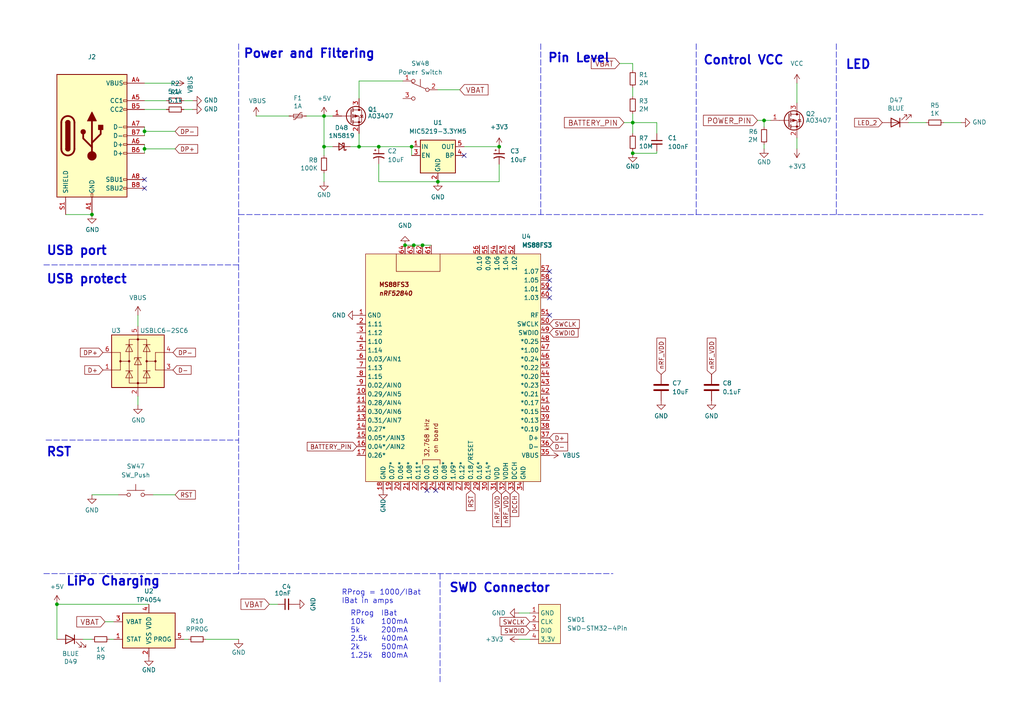
<source format=kicad_sch>
(kicad_sch (version 20211123) (generator eeschema)
  (paper "A4")
  (lib_symbols
    (symbol "Battery_Management:MCP73831-3-OT" (pin_names (offset 1.016))
      (property "Reference" "U" (at -7.62 6.35 0))
      (property "Value" "MCP73831-3-OT" (at 1.27 6.35 0))
      (symbol "MCP73831-3-OT_0_1"
        (rectangle (start -7.62 5.08) (end 7.62 -5.08) (stroke (width 0.254)) (fill (type background)))
      )
      (symbol "MCP73831-3-OT_1_1"
        (pin output line (at 10.16 -2.54 180) (length 2.54) (name "STAT") (number "1"))
        (pin power_in line (at 0 -7.62 90) (length 2.54) (name "VSS") (number "2"))
        (pin power_out line (at 10.16 2.54 180) (length 2.54) (name "VBAT") (number "3"))
        (pin power_in line (at 0 7.62 270) (length 2.54) (name "VDD") (number "4"))
        (pin input line (at -10.16 -2.54 0) (length 2.54) (name "PROG") (number "5"))
      )
    )
    (symbol "Connector:USB_C_Receptacle_USB2.0" (pin_names (offset 1.016))
      (property "Reference" "J" (at -10.16 19.05 0))
      (property "Value" "USB_C_Receptacle_USB2.0" (at 19.05 19.05 0))
      (symbol "USB_C_Receptacle_USB2.0_0_0"
        (rectangle (start -0.254 -17.78) (end 0.254 -16.764))
        (rectangle (start 10.16 -14.986) (end 9.144 -15.494))
        (rectangle (start 10.16 -12.446) (end 9.144 -12.954))
        (rectangle (start 10.16 -4.826) (end 9.144 -5.334))
        (rectangle (start 10.16 -2.286) (end 9.144 -2.794))
        (rectangle (start 10.16 0.254) (end 9.144 -0.254))
        (rectangle (start 10.16 2.794) (end 9.144 2.286))
        (rectangle (start 10.16 7.874) (end 9.144 7.366))
        (rectangle (start 10.16 10.414) (end 9.144 9.906))
        (rectangle (start 10.16 15.494) (end 9.144 14.986))
      )
      (symbol "USB_C_Receptacle_USB2.0_0_1"
        (rectangle (start -10.16 17.78) (end 10.16 -17.78) (stroke (width 0.254)) (fill (type background)))
        (arc (start -8.89 -3.81) (mid -6.985 -5.715) (end -5.08 -3.81) (stroke (width 0.508)))
        (arc (start -7.62 -3.81) (mid -6.985 -4.445) (end -6.35 -3.81) (stroke (width 0.254)))
        (arc (start -7.62 -3.81) (mid -6.985 -4.445) (end -6.35 -3.81) (stroke (width 0.254)) (fill (type outline)))
        (rectangle (start -7.62 -3.81) (end -6.35 3.81) (stroke (width 0.254)) (fill (type outline)))
        (arc (start -6.35 3.81) (mid -6.985 4.445) (end -7.62 3.81) (stroke (width 0.254)))
        (arc (start -6.35 3.81) (mid -6.985 4.445) (end -7.62 3.81) (stroke (width 0.254)) (fill (type outline)))
        (arc (start -5.08 3.81) (mid -6.985 5.715) (end -8.89 3.81) (stroke (width 0.508)))
        (circle (center -2.54 1.143) (radius 0.635) (stroke (width 0.254)) (fill (type outline)))
        (circle (center 0 -5.842) (radius 1.27) (fill (type outline)))
        (polyline (pts (xy -8.89 -3.81) (xy -8.89 3.81)) (stroke (width 0.508)))
        (polyline (pts (xy -5.08 3.81) (xy -5.08 -3.81)) (stroke (width 0.508)))
        (polyline (pts (xy 0 -5.842) (xy 0 4.318)) (stroke (width 0.508)))
        (polyline (pts (xy 0 -3.302) (xy -2.54 -0.762) (xy -2.54 0.508)) (stroke (width 0.508)))
        (polyline (pts (xy 0 -2.032) (xy 2.54 0.508) (xy 2.54 1.778)) (stroke (width 0.508)))
        (polyline (pts (xy -1.27 4.318) (xy 0 6.858) (xy 1.27 4.318) (xy -1.27 4.318)) (stroke (width 0.254)) (fill (type outline)))
        (rectangle (start 1.905 1.778) (end 3.175 3.048) (stroke (width 0.254)) (fill (type outline)))
      )
      (symbol "USB_C_Receptacle_USB2.0_1_1"
        (pin passive line (at 0 -22.86 90) (length 5.08) (name "GND") (number "A1"))
        (pin passive line (at 0 -22.86 90) (length 5.08) hide (name "GND") (number "A12"))
        (pin passive line (at 15.24 15.24 180) (length 5.08) (name "VBUS") (number "A4"))
        (pin bidirectional line (at 15.24 10.16 180) (length 5.08) (name "CC1") (number "A5"))
        (pin bidirectional line (at 15.24 -2.54 180) (length 5.08) (name "D+") (number "A6"))
        (pin bidirectional line (at 15.24 2.54 180) (length 5.08) (name "D-") (number "A7"))
        (pin bidirectional line (at 15.24 -12.7 180) (length 5.08) (name "SBU1") (number "A8"))
        (pin passive line (at 15.24 15.24 180) (length 5.08) hide (name "VBUS") (number "A9"))
        (pin passive line (at 0 -22.86 90) (length 5.08) hide (name "GND") (number "B1"))
        (pin passive line (at 0 -22.86 90) (length 5.08) hide (name "GND") (number "B12"))
        (pin passive line (at 15.24 15.24 180) (length 5.08) hide (name "VBUS") (number "B4"))
        (pin bidirectional line (at 15.24 7.62 180) (length 5.08) (name "CC2") (number "B5"))
        (pin bidirectional line (at 15.24 -5.08 180) (length 5.08) (name "D+") (number "B6"))
        (pin bidirectional line (at 15.24 0 180) (length 5.08) (name "D-") (number "B7"))
        (pin bidirectional line (at 15.24 -15.24 180) (length 5.08) (name "SBU2") (number "B8"))
        (pin passive line (at 15.24 15.24 180) (length 5.08) hide (name "VBUS") (number "B9"))
        (pin passive line (at -7.62 -22.86 90) (length 5.08) (name "SHIELD") (number "S1"))
      )
    )
    (symbol "Device:C" (pin_numbers hide) (pin_names (offset 0.254))
      (property "Reference" "C" (at 0.635 2.54 0))
      (property "Value" "C" (at 0.635 -2.54 0))
      (symbol "C_0_1"
        (polyline (pts (xy -2.032 -0.762) (xy 2.032 -0.762)) (stroke (width 0.508)))
        (polyline (pts (xy -2.032 0.762) (xy 2.032 0.762)) (stroke (width 0.508)))
      )
      (symbol "C_1_1"
        (pin passive line (at 0 3.81 270) (length 2.794) (name "~") (number "1"))
        (pin passive line (at 0 -3.81 90) (length 2.794) (name "~") (number "2"))
      )
    )
    (symbol "Device:C_Polarized_Small_US" (pin_numbers hide) (pin_names (offset 0.254) hide)
      (property "Reference" "C" (at 0.254 1.778 0))
      (property "Value" "C_Polarized_Small_US" (at 0.254 -2.032 0))
      (symbol "C_Polarized_Small_US_0_1"
        (polyline (pts (xy -1.524 0.508) (xy 1.524 0.508)) (stroke (width 0.3048)))
        (polyline (pts (xy -1.27 1.524) (xy -0.762 1.524)))
        (polyline (pts (xy -1.016 1.27) (xy -1.016 1.778)))
        (arc (start 1.524 -0.762) (mid 0 -0.3734) (end -1.524 -0.762) (stroke (width 0.3048)))
      )
      (symbol "C_Polarized_Small_US_1_1"
        (pin passive line (at 0 2.54 270) (length 2.032) (name "~") (number "1"))
        (pin passive line (at 0 -2.54 90) (length 2.032) (name "~") (number "2"))
      )
    )
    (symbol "Device:C_Small" (pin_numbers hide) (pin_names (offset 0.254) hide)
      (property "Reference" "C" (at 0.254 1.778 0))
      (property "Value" "C_Small" (at 0.254 -2.032 0))
      (symbol "C_Small_0_1"
        (polyline (pts (xy -1.524 -0.508) (xy 1.524 -0.508)) (stroke (width 0.3302)))
        (polyline (pts (xy -1.524 0.508) (xy 1.524 0.508)) (stroke (width 0.3048)))
      )
      (symbol "C_Small_1_1"
        (pin passive line (at 0 2.54 270) (length 2.032) (name "~") (number "1"))
        (pin passive line (at 0 -2.54 90) (length 2.032) (name "~") (number "2"))
      )
    )
    (symbol "Device:D_Schottky_Small" (pin_numbers hide) (pin_names (offset 0.254) hide)
      (property "Reference" "D" (at -1.27 2.032 0))
      (property "Value" "D_Schottky_Small" (at -7.112 -2.032 0))
      (symbol "D_Schottky_Small_0_1"
        (polyline (pts (xy -0.762 0) (xy 0.762 0)))
        (polyline (pts (xy 0.762 -1.016) (xy -0.762 0) (xy 0.762 1.016) (xy 0.762 -1.016)) (stroke (width 0.254)))
        (polyline (pts (xy -1.27 0.762) (xy -1.27 1.016) (xy -0.762 1.016) (xy -0.762 -1.016) (xy -0.254 -1.016) (xy -0.254 -0.762)) (stroke (width 0.254)))
      )
      (symbol "D_Schottky_Small_1_1"
        (pin passive line (at -2.54 0 0) (length 1.778) (name "K") (number "1"))
        (pin passive line (at 2.54 0 180) (length 1.778) (name "A") (number "2"))
      )
    )
    (symbol "Device:LED" (pin_numbers hide) (pin_names (offset 1.016) hide)
      (property "Reference" "D" (at 0 2.54 0))
      (property "Value" "LED" (at 0 -2.54 0))
      (symbol "LED_0_1"
        (polyline (pts (xy -1.27 -1.27) (xy -1.27 1.27)) (stroke (width 0.254)))
        (polyline (pts (xy -1.27 0) (xy 1.27 0)))
        (polyline (pts (xy 1.27 -1.27) (xy 1.27 1.27) (xy -1.27 0) (xy 1.27 -1.27)) (stroke (width 0.254)))
        (polyline (pts (xy -3.048 -0.762) (xy -4.572 -2.286) (xy -3.81 -2.286) (xy -4.572 -2.286) (xy -4.572 -1.524)))
        (polyline (pts (xy -1.778 -0.762) (xy -3.302 -2.286) (xy -2.54 -2.286) (xy -3.302 -2.286) (xy -3.302 -1.524)))
      )
      (symbol "LED_1_1"
        (pin passive line (at -3.81 0 0) (length 2.54) (name "K") (number "1"))
        (pin passive line (at 3.81 0 180) (length 2.54) (name "A") (number "2"))
      )
    )
    (symbol "Device:Q_PMOS_GSD" (pin_names (offset 0) hide)
      (property "Reference" "Q" (at 5.08 1.27 0))
      (property "Value" "Q_PMOS_GSD" (at 5.08 -1.27 0))
      (symbol "Q_PMOS_GSD_0_1"
        (polyline (pts (xy 0.254 0) (xy -2.54 0)))
        (polyline (pts (xy 0.254 1.905) (xy 0.254 -1.905)) (stroke (width 0.254)))
        (polyline (pts (xy 0.762 -1.27) (xy 0.762 -2.286)) (stroke (width 0.254)))
        (polyline (pts (xy 0.762 0.508) (xy 0.762 -0.508)) (stroke (width 0.254)))
        (polyline (pts (xy 0.762 2.286) (xy 0.762 1.27)) (stroke (width 0.254)))
        (polyline (pts (xy 2.54 2.54) (xy 2.54 1.778)))
        (polyline (pts (xy 2.54 -2.54) (xy 2.54 0) (xy 0.762 0)))
        (polyline (pts (xy 0.762 1.778) (xy 3.302 1.778) (xy 3.302 -1.778) (xy 0.762 -1.778)))
        (polyline (pts (xy 2.286 0) (xy 1.27 0.381) (xy 1.27 -0.381) (xy 2.286 0)) (fill (type outline)))
        (polyline (pts (xy 2.794 -0.508) (xy 2.921 -0.381) (xy 3.683 -0.381) (xy 3.81 -0.254)))
        (polyline (pts (xy 3.302 -0.381) (xy 2.921 0.254) (xy 3.683 0.254) (xy 3.302 -0.381)))
        (circle (center 1.651 0) (radius 2.794) (stroke (width 0.254)))
        (circle (center 2.54 -1.778) (radius 0.254) (fill (type outline)))
        (circle (center 2.54 1.778) (radius 0.254) (fill (type outline)))
      )
      (symbol "Q_PMOS_GSD_1_1"
        (pin input line (at -5.08 0 0) (length 2.54) (name "G") (number "1"))
        (pin passive line (at 2.54 -5.08 90) (length 2.54) (name "S") (number "2"))
        (pin passive line (at 2.54 5.08 270) (length 2.54) (name "D") (number "3"))
      )
    )
    (symbol "Device:R_Small" (pin_numbers hide) (pin_names (offset 0.254) hide)
      (property "Reference" "R" (at 0.762 0.508 0))
      (property "Value" "R_Small" (at 0.762 -1.016 0))
      (symbol "R_Small_0_1"
        (rectangle (start -0.762 1.778) (end 0.762 -1.778) (stroke (width 0.2032)))
      )
      (symbol "R_Small_1_1"
        (pin passive line (at 0 2.54 270) (length 0.762) (name "~") (number "1"))
        (pin passive line (at 0 -2.54 90) (length 0.762) (name "~") (number "2"))
      )
    )
    (symbol "Power_Protection:USBLC6-2SC6" (pin_names hide)
      (property "Reference" "U" (at 2.54 8.89 0))
      (property "Value" "USBLC6-2SC6" (at 2.54 -8.89 0))
      (symbol "USBLC6-2SC6_0_1"
        (rectangle (start -7.62 -7.62) (end 7.62 7.62) (stroke (width 0.254)) (fill (type background)))
        (circle (center -5.08 0) (radius 0.254) (fill (type outline)))
        (circle (center -2.54 0) (radius 0.254) (fill (type outline)))
        (rectangle (start -2.54 6.35) (end 2.54 -6.35))
        (circle (center 0 -6.35) (radius 0.254) (fill (type outline)))
        (polyline (pts (xy -5.08 -2.54) (xy -7.62 -2.54)))
        (polyline (pts (xy -5.08 0) (xy -5.08 -2.54)))
        (polyline (pts (xy -5.08 2.54) (xy -7.62 2.54)))
        (polyline (pts (xy -1.524 -2.794) (xy -3.556 -2.794)))
        (polyline (pts (xy -1.524 4.826) (xy -3.556 4.826)))
        (polyline (pts (xy 0 -7.62) (xy 0 -6.35)))
        (polyline (pts (xy 0 -6.35) (xy 0 1.27)))
        (polyline (pts (xy 0 1.27) (xy 0 6.35)))
        (polyline (pts (xy 0 6.35) (xy 0 7.62)))
        (polyline (pts (xy 1.524 -2.794) (xy 3.556 -2.794)))
        (polyline (pts (xy 1.524 4.826) (xy 3.556 4.826)))
        (polyline (pts (xy 5.08 -2.54) (xy 7.62 -2.54)))
        (polyline (pts (xy 5.08 0) (xy 5.08 -2.54)))
        (polyline (pts (xy 5.08 2.54) (xy 7.62 2.54)))
        (polyline (pts (xy -2.54 0) (xy -5.08 0) (xy -5.08 2.54)))
        (polyline (pts (xy 2.54 0) (xy 5.08 0) (xy 5.08 2.54)))
        (polyline (pts (xy -3.556 -4.826) (xy -1.524 -4.826) (xy -2.54 -2.794) (xy -3.556 -4.826)))
        (polyline (pts (xy -3.556 2.794) (xy -1.524 2.794) (xy -2.54 4.826) (xy -3.556 2.794)))
        (polyline (pts (xy -1.016 -1.016) (xy 1.016 -1.016) (xy 0 1.016) (xy -1.016 -1.016)))
        (polyline (pts (xy 1.016 1.016) (xy 0.762 1.016) (xy -1.016 1.016) (xy -1.016 0.508)))
        (polyline (pts (xy 3.556 -4.826) (xy 1.524 -4.826) (xy 2.54 -2.794) (xy 3.556 -4.826)))
        (polyline (pts (xy 3.556 2.794) (xy 1.524 2.794) (xy 2.54 4.826) (xy 3.556 2.794)))
        (circle (center 0 6.35) (radius 0.254) (fill (type outline)))
        (circle (center 2.54 0) (radius 0.254) (fill (type outline)))
        (circle (center 5.08 0) (radius 0.254) (fill (type outline)))
      )
      (symbol "USBLC6-2SC6_1_1"
        (pin passive line (at -10.16 -2.54 0) (length 2.54) (name "I/O1") (number "1"))
        (pin passive line (at 0 -10.16 90) (length 2.54) (name "GND") (number "2"))
        (pin passive line (at 10.16 -2.54 180) (length 2.54) (name "I/O2") (number "3"))
        (pin passive line (at 10.16 2.54 180) (length 2.54) (name "I/O2") (number "4"))
        (pin passive line (at 0 10.16 270) (length 2.54) (name "VBUS") (number "5"))
        (pin passive line (at -10.16 2.54 0) (length 2.54) (name "I/O1") (number "6"))
      )
    )
    (symbol "Regulator_Linear:MIC5219-3.3YM5" (pin_names (offset 0.254))
      (property "Reference" "U" (at -3.81 5.715 0))
      (property "Value" "MIC5219-3.3YM5" (at 0 5.715 0))
      (symbol "MIC5219-3.3YM5_0_1"
        (rectangle (start -5.08 4.445) (end 5.08 -5.08) (stroke (width 0.254)) (fill (type background)))
      )
      (symbol "MIC5219-3.3YM5_1_1"
        (pin power_in line (at -7.62 2.54 0) (length 2.54) (name "IN") (number "1"))
        (pin power_in line (at 0 -7.62 90) (length 2.54) (name "GND") (number "2"))
        (pin input line (at -7.62 0 0) (length 2.54) (name "EN") (number "3"))
        (pin input line (at 7.62 0 180) (length 2.54) (name "BP") (number "4"))
        (pin power_out line (at 7.62 2.54 180) (length 2.54) (name "OUT") (number "5"))
      )
    )
    (symbol "Switch:SW_Push" (pin_numbers hide) (pin_names (offset 1.016) hide)
      (property "Reference" "SW" (at 1.27 2.54 0))
      (property "Value" "SW_Push" (at 0 -1.524 0))
      (symbol "SW_Push_0_1"
        (circle (center -2.032 0) (radius 0.508))
        (polyline (pts (xy 0 1.27) (xy 0 3.048)))
        (polyline (pts (xy 2.54 1.27) (xy -2.54 1.27)))
        (circle (center 2.032 0) (radius 0.508))
        (pin passive line (at -5.08 0 0) (length 2.54) (name "1") (number "1"))
        (pin passive line (at 5.08 0 180) (length 2.54) (name "2") (number "2"))
      )
    )
    (symbol "Switch:SW_Push_SPDT" (pin_names (offset 0) hide)
      (property "Reference" "SW" (at 0 4.318 0))
      (property "Value" "SW_Push_SPDT" (at 0 -5.08 0))
      (symbol "SW_Push_SPDT_0_0"
        (circle (center -2.032 0) (radius 0.508))
        (polyline (pts (xy 0 1.016) (xy 0 3.048)))
        (circle (center 2.032 -2.54) (radius 0.508))
      )
      (symbol "SW_Push_SPDT_0_1"
        (polyline (pts (xy -1.524 0.254) (xy 2.54 2.032)))
        (circle (center 2.032 2.54) (radius 0.508))
      )
      (symbol "SW_Push_SPDT_1_1"
        (pin passive line (at 5.08 2.54 180) (length 2.54) (name "A") (number "1"))
        (pin passive line (at -5.08 0 0) (length 2.54) (name "B") (number "2"))
        (pin passive line (at 5.08 -2.54 180) (length 2.54) (name "C") (number "3"))
      )
    )
    (symbol "keeb_parts:Polyfuse_Small" (pin_numbers hide) (pin_names (offset 0))
      (property "Reference" "F" (at -1.905 0 90))
      (property "Value" "keeb_parts_Polyfuse_Small" (at 1.905 0 90))
      (symbol "Polyfuse_Small_0_1"
        (rectangle (start -0.508 1.27) (end 0.508 -1.27))
        (polyline (pts (xy 0 2.54) (xy 0 -2.54)))
        (polyline (pts (xy -1.016 1.27) (xy -1.016 0.762) (xy 1.016 -0.762) (xy 1.016 -1.27)))
      )
      (symbol "Polyfuse_Small_1_1"
        (pin passive line (at 0 2.54 270) (length 0.635) (name "~") (number "1"))
        (pin passive line (at 0 -2.54 90) (length 0.635) (name "~") (number "2"))
      )
    )
    (symbol "keeb_parts:R_Small" (pin_numbers hide) (pin_names (offset 0.254) hide)
      (property "Reference" "R" (at 0.762 0.508 0))
      (property "Value" "keeb_parts_R_Small" (at 0.762 -1.016 0))
      (symbol "R_Small_0_1"
        (rectangle (start -0.762 1.778) (end 0.762 -1.778) (stroke (width 0.2032)))
      )
      (symbol "R_Small_1_1"
        (pin passive line (at 0 2.54 270) (length 0.762) (name "~") (number "1"))
        (pin passive line (at 0 -2.54 90) (length 0.762) (name "~") (number "2"))
      )
    )
    (symbol "keeb_power:GND" (power) (pin_names (offset 0))
      (property "Value" "keeb_power_GND" (at 0 -3.81 0))
      (symbol "GND_0_1"
        (polyline (pts (xy 0 0) (xy 0 -1.27) (xy 1.27 -1.27) (xy 0 -2.54) (xy -1.27 -1.27) (xy 0 -1.27)))
      )
      (symbol "GND_1_1"
        (pin power_in line (at 0 0 270) (length 0) hide (name "GND") (number "1"))
      )
    )
    (symbol "keeb_power:VBUS" (power) (pin_names (offset 0))
      (property "Value" "keeb_power_VBUS" (at 0 3.81 0))
      (symbol "VBUS_0_1"
        (polyline (pts (xy -0.762 1.27) (xy 0 2.54)))
        (polyline (pts (xy 0 0) (xy 0 2.54)))
        (polyline (pts (xy 0 2.54) (xy 0.762 1.27)))
      )
      (symbol "VBUS_1_1"
        (pin power_in line (at 0 0 90) (length 0) hide (name "VBUS") (number "1"))
      )
    )
    (symbol "keni242:SWD-STM32-4Pin"
      (property "Reference" "SWD" (at 0 7.62 0))
      (property "Value" "SWD-STM32-4Pin" (at 3.81 0 90))
      (symbol "SWD-STM32-4Pin_0_1"
        (rectangle (start -3.81 6.35) (end 2.54 -5.08) (stroke (width 0.1524)) (fill (type background)))
      )
      (symbol "SWD-STM32-4Pin_1_1"
        (pin bidirectional line (at -6.35 3.81 0) (length 2.54) (name "GND") (number "1"))
        (pin bidirectional line (at -6.35 1.27 0) (length 2.54) (name "CLK") (number "2"))
        (pin bidirectional line (at -6.35 -1.27 0) (length 2.54) (name "DIO") (number "3"))
        (pin bidirectional line (at -6.35 -3.81 0) (length 2.54) (name "3.3V") (number "4"))
      )
    )
    (symbol "kien242:MS88FS3"
      (property "Reference" "U" (at 0 0 0))
      (property "Value" "MS88FS3" (at 0 2.54 0))
      (symbol "MS88FS3_0_0"
        (polyline (pts (xy -16.51 33.02) (xy -16.51 27.94) (xy -3.81 27.94) (xy -3.81 33.02)))
        (polyline (pts (xy -8.89 -27.94) (xy -8.89 -26.67) (xy -3.81 -26.67) (xy -3.81 -27.94)))
        (text "32.768 kHz" (at -7.62 -20.32 900) (effects (font (size 1.27 1.27))))
        (text "MS88FS3" (at -21.59 24.13 0) (effects (font (size 1.27 1.27) bold) (justify left)))
        (text "nRF52840" (at -21.59 21.59 0) (effects (font (size 1.27 1.27) bold italic) (justify left)))
        (text "on board" (at -5.08 -20.32 900) (effects (font (size 1.27 1.27))))
      )
      (symbol "MS88FS3_0_1"
        (rectangle (start -25.4 33.02) (end 25.4 -33.02) (fill (type background)))
      )
      (symbol "MS88FS3_1_1"
        (pin input line (at -27.94 15.24 0) (length 2.54) (name "GND") (number "1"))
        (pin input line (at -27.94 -7.62 0) (length 2.54) (name "0.29/AIN5") (number "10"))
        (pin input line (at -27.94 -10.16 0) (length 2.54) (name "0.28/AIN4") (number "11"))
        (pin input line (at -27.94 -12.7 0) (length 2.54) (name "0.30/AIN6") (number "12"))
        (pin input line (at -27.94 -15.24 0) (length 2.54) (name "0.31/AIN7") (number "13"))
        (pin input line (at -27.94 -17.78 0) (length 2.54) (name "0.27*") (number "14"))
        (pin input line (at -27.94 -20.32 0) (length 2.54) (name "0.05*/AIN3") (number "15"))
        (pin input line (at -27.94 -22.86 0) (length 2.54) (name "0.04*/AIN2") (number "16"))
        (pin input line (at -27.94 -25.4 0) (length 2.54) (name "0.26*") (number "17"))
        (pin input line (at -20.32 -35.56 90) (length 2.54) (name "GND") (number "18"))
        (pin input line (at -17.78 -35.56 90) (length 2.54) (name "0.07*") (number "19"))
        (pin input line (at -27.94 12.7 0) (length 2.54) (name "1.11") (number "2"))
        (pin input line (at -15.24 -35.56 90) (length 2.54) (name "0.06*") (number "20"))
        (pin input line (at -12.7 -35.56 90) (length 2.54) (name "1.08*") (number "21"))
        (pin input line (at -10.16 -35.56 90) (length 2.54) (name "0.11*") (number "22"))
        (pin input line (at -7.62 -35.56 90) (length 2.54) (name "0.00") (number "23"))
        (pin input line (at -5.08 -35.56 90) (length 2.54) (name "0.01") (number "24"))
        (pin input line (at -2.54 -35.56 90) (length 2.54) (name "0.08*") (number "25"))
        (pin input line (at 0 -35.56 90) (length 2.54) (name "1.09*") (number "26"))
        (pin input line (at 2.54 -35.56 90) (length 2.54) (name "0.12*") (number "27"))
        (pin input line (at 5.08 -35.56 90) (length 2.54) (name "0.18/RESET") (number "28"))
        (pin input line (at 7.62 -35.56 90) (length 2.54) (name "0.16*") (number "29"))
        (pin input line (at -27.94 10.16 0) (length 2.54) (name "1.12") (number "3"))
        (pin input line (at 10.16 -35.56 90) (length 2.54) (name "0.14*") (number "30"))
        (pin input line (at 12.7 -35.56 90) (length 2.54) (name "VDD") (number "31"))
        (pin input line (at 15.24 -35.56 90) (length 2.54) (name "VDDH") (number "32"))
        (pin input line (at 17.78 -35.56 90) (length 2.54) (name "DCCH") (number "33"))
        (pin input line (at 20.32 -35.56 90) (length 2.54) (name "GND") (number "34"))
        (pin input line (at 27.94 -25.4 180) (length 2.54) (name "VBUS") (number "35"))
        (pin input line (at 27.94 -22.86 180) (length 2.54) (name "D-") (number "36"))
        (pin input line (at 27.94 -20.32 180) (length 2.54) (name "D+") (number "37"))
        (pin input line (at 27.94 -17.78 180) (length 2.54) (name "*0.19") (number "38"))
        (pin input line (at 27.94 -15.24 180) (length 2.54) (name "*0.13") (number "39"))
        (pin input line (at -27.94 7.62 0) (length 2.54) (name "1.10") (number "4"))
        (pin input line (at 27.94 -12.7 180) (length 2.54) (name "*0.15") (number "40"))
        (pin input line (at 27.94 -10.16 180) (length 2.54) (name "*0.17") (number "41"))
        (pin input line (at 27.94 -7.62 180) (length 2.54) (name "*0.21") (number "42"))
        (pin input line (at 27.94 -5.08 180) (length 2.54) (name "*0.23") (number "43"))
        (pin input line (at 27.94 -2.54 180) (length 2.54) (name "*0.20") (number "44"))
        (pin input line (at 27.94 0 180) (length 2.54) (name "*0.22") (number "45"))
        (pin input line (at 27.94 2.54 180) (length 2.54) (name "*0.24") (number "46"))
        (pin input line (at 27.94 5.08 180) (length 2.54) (name "*1.00") (number "47"))
        (pin input line (at 27.94 7.62 180) (length 2.54) (name "*0.25") (number "48"))
        (pin input line (at 27.94 10.16 180) (length 2.54) (name "SWDIO") (number "49"))
        (pin input line (at -27.94 5.08 0) (length 2.54) (name "1.14") (number "5"))
        (pin input line (at 27.94 12.7 180) (length 2.54) (name "SWCLK") (number "50"))
        (pin input line (at 27.94 15.24 180) (length 2.54) (name "RF") (number "51"))
        (pin input line (at 17.78 35.56 270) (length 2.54) (name "1.02") (number "52"))
        (pin input line (at 15.24 35.56 270) (length 2.54) (name "1.04") (number "53"))
        (pin input line (at 12.7 35.56 270) (length 2.54) (name "1.06") (number "54"))
        (pin input line (at 10.16 35.56 270) (length 2.54) (name "0.09") (number "55"))
        (pin input line (at 7.62 35.56 270) (length 2.54) (name "0.10") (number "56"))
        (pin input line (at 27.94 27.94 180) (length 2.54) (name "1.07") (number "57"))
        (pin input line (at 27.94 25.4 180) (length 2.54) (name "1.05") (number "58"))
        (pin input line (at 27.94 22.86 180) (length 2.54) (name "1.01") (number "59"))
        (pin input line (at -27.94 2.54 0) (length 2.54) (name "0.03/AIN1") (number "6"))
        (pin input line (at 27.94 20.32 180) (length 2.54) (name "1.03") (number "60"))
        (pin input line (at -6.35 35.56 270) (length 2.54) (name "") (number "61"))
        (pin input line (at -8.89 35.56 270) (length 2.54) (name "") (number "62"))
        (pin input line (at -11.43 35.56 270) (length 2.54) (name "") (number "63"))
        (pin input line (at -13.97 35.56 270) (length 2.54) (name "") (number "64"))
        (pin input line (at -27.94 0 0) (length 2.54) (name "1.13") (number "7"))
        (pin input line (at -27.94 -2.54 0) (length 2.54) (name "1.15") (number "8"))
        (pin input line (at -27.94 -5.08 0) (length 2.54) (name "0.02/AIN0") (number "9"))
      )
    )
    (symbol "power:+3.3V" (power) (pin_names (offset 0))
      (property "Value" "+3.3V" (at 0 3.556 0))
      (symbol "+3.3V_0_1"
        (polyline (pts (xy -0.762 1.27) (xy 0 2.54)))
        (polyline (pts (xy 0 0) (xy 0 2.54)))
        (polyline (pts (xy 0 2.54) (xy 0.762 1.27)))
      )
      (symbol "+3.3V_1_1"
        (pin power_in line (at 0 0 90) (length 0) hide (name "+3V3") (number "1"))
      )
    )
    (symbol "power:+5V" (power) (pin_names (offset 0))
      (property "Value" "+5V" (at 0 3.556 0))
      (symbol "+5V_0_1"
        (polyline (pts (xy -0.762 1.27) (xy 0 2.54)))
        (polyline (pts (xy 0 0) (xy 0 2.54)))
        (polyline (pts (xy 0 2.54) (xy 0.762 1.27)))
      )
      (symbol "+5V_1_1"
        (pin power_in line (at 0 0 90) (length 0) hide (name "+5V") (number "1"))
      )
    )
    (symbol "power:GND" (power) (pin_names (offset 0))
      (property "Value" "GND" (at 0 -3.81 0))
      (symbol "GND_0_1"
        (polyline (pts (xy 0 0) (xy 0 -1.27) (xy 1.27 -1.27) (xy 0 -2.54) (xy -1.27 -1.27) (xy 0 -1.27)))
      )
      (symbol "GND_1_1"
        (pin power_in line (at 0 0 270) (length 0) hide (name "GND") (number "1"))
      )
    )
    (symbol "power:VBUS" (power) (pin_names (offset 0))
      (property "Value" "VBUS" (at 0 3.81 0))
      (symbol "VBUS_0_1"
        (polyline (pts (xy -0.762 1.27) (xy 0 2.54)))
        (polyline (pts (xy 0 0) (xy 0 2.54)))
        (polyline (pts (xy 0 2.54) (xy 0.762 1.27)))
      )
      (symbol "VBUS_1_1"
        (pin power_in line (at 0 0 90) (length 0) hide (name "VBUS") (number "1"))
      )
    )
    (symbol "power:VCC" (power) (pin_names (offset 0))
      (property "Value" "VCC" (at 0 3.81 0))
      (symbol "VCC_0_1"
        (polyline (pts (xy -0.762 1.27) (xy 0 2.54)))
        (polyline (pts (xy 0 0) (xy 0 2.54)))
        (polyline (pts (xy 0 2.54) (xy 0.762 1.27)))
      )
      (symbol "VCC_1_1"
        (pin power_in line (at 0 0 90) (length 0) hide (name "VCC") (number "1"))
      )
    )
  )
  (junction (at 221.615 34.925) (diameter 0.9144))
  (junction (at 41.91 43.18))
  (junction (at 127 52.705))
  (junction (at 122.555 71.12))
  (junction (at 183.515 35.56) (diameter 0.9144))
  (junction (at 117.475 71.12))
  (junction (at 109.855 42.545))
  (junction (at 16.51 175.26) (diameter 0.9144))
  (junction (at 26.67 62.23))
  (junction (at 119.38 42.545))
  (junction (at 41.91 38.1))
  (junction (at 183.515 44.45))
  (junction (at 120.015 71.12))
  (junction (at 144.78 42.545))
  (junction (at 104.14 42.545) (diameter 0.9144))
  (junction (at 93.98 42.545) (diameter 0.9144))
  (junction (at 93.98 33.655) (diameter 0.9144))
  (no_connect (at 159.385 91.44))
  (no_connect (at 159.385 78.74))
  (no_connect (at 159.385 86.36))
  (no_connect (at 41.91 54.61))
  (no_connect (at 134.62 45.085))
  (no_connect (at 159.385 83.82))
  (no_connect (at 126.365 142.24))
  (no_connect (at 159.385 81.28))
  (no_connect (at 41.91 52.07))
  (no_connect (at 123.825 142.24))
  (wire (pts (xy 150.495 185.42) (xy 153.67 185.42)))
  (wire (pts (xy 41.91 36.83) (xy 41.91 38.1)))
  (wire (pts (xy 221.615 34.925) (xy 223.52 34.925)))
  (wire (pts (xy 183.515 44.45) (xy 183.515 43.815)))
  (wire (pts (xy 41.91 41.91) (xy 41.91 43.18)))
  (wire (pts (xy 231.14 24.13) (xy 231.14 29.845)))
  (wire (pts (xy 53.34 29.21) (xy 55.88 29.21)))
  (wire (pts (xy 50.8 38.1) (xy 41.91 38.1)))
  (wire (pts (xy 144.78 52.705) (xy 127 52.705)))
  (wire (pts (xy 88.9 33.655) (xy 93.98 33.655)))
  (polyline (pts (xy 127.635 166.37) (xy 127.635 198.12)))
  (wire (pts (xy 93.98 45.085) (xy 93.98 42.545)))
  (wire (pts (xy 41.91 43.18) (xy 50.8 43.18)))
  (wire (pts (xy 41.91 38.1) (xy 41.91 39.37)))
  (wire (pts (xy 26.67 143.51) (xy 34.29 143.51)))
  (wire (pts (xy 78.105 175.26) (xy 80.645 175.26)))
  (wire (pts (xy 93.98 52.705) (xy 93.98 50.165)))
  (wire (pts (xy 53.34 185.42) (xy 54.61 185.42)))
  (wire (pts (xy 93.98 42.545) (xy 93.98 33.655)))
  (wire (pts (xy 104.14 23.495) (xy 104.14 28.575)))
  (wire (pts (xy 104.14 23.495) (xy 116.84 23.495)))
  (wire (pts (xy 93.98 42.545) (xy 96.52 42.545)))
  (wire (pts (xy 183.515 33.02) (xy 183.515 35.56)))
  (wire (pts (xy 119.38 42.545) (xy 119.38 45.085)))
  (wire (pts (xy 180.975 35.56) (xy 183.515 35.56)))
  (wire (pts (xy 24.13 185.42) (xy 26.67 185.42)))
  (wire (pts (xy 221.615 43.18) (xy 221.615 41.91)))
  (wire (pts (xy 144.78 47.625) (xy 144.78 52.705)))
  (wire (pts (xy 59.69 185.42) (xy 69.215 185.42)))
  (wire (pts (xy 273.685 35.56) (xy 278.765 35.56)))
  (polyline (pts (xy 156.845 12.7) (xy 156.845 62.23)))
  (wire (pts (xy 179.705 18.415) (xy 183.515 18.415)))
  (wire (pts (xy 55.88 31.75) (xy 53.34 31.75)))
  (polyline (pts (xy 69.215 12.7) (xy 69.215 166.37)))
  (wire (pts (xy 134.62 42.545) (xy 144.78 42.545)))
  (wire (pts (xy 231.14 43.18) (xy 231.14 40.005)))
  (polyline (pts (xy 12.7 166.37) (xy 177.8 166.37)))
  (wire (pts (xy 263.525 35.56) (xy 268.605 35.56)))
  (wire (pts (xy 104.14 38.735) (xy 104.14 42.545)))
  (wire (pts (xy 109.855 47.625) (xy 109.855 52.705)))
  (wire (pts (xy 221.615 36.83) (xy 221.615 34.925)))
  (polyline (pts (xy 12.7 76.835) (xy 69.215 76.835)))
  (wire (pts (xy 19.05 62.23) (xy 26.67 62.23)))
  (wire (pts (xy 109.855 42.545) (xy 119.38 42.545)))
  (wire (pts (xy 127 26.035) (xy 133.35 26.035)))
  (wire (pts (xy 40.005 91.44) (xy 40.005 94.615)))
  (wire (pts (xy 93.98 33.655) (xy 96.52 33.655)))
  (wire (pts (xy 120.015 71.12) (xy 122.555 71.12)))
  (polyline (pts (xy 201.93 12.7) (xy 201.93 62.23)))
  (wire (pts (xy 109.855 52.705) (xy 127 52.705)))
  (wire (pts (xy 183.515 35.56) (xy 183.515 38.735)))
  (wire (pts (xy 31.75 185.42) (xy 33.02 185.42)))
  (wire (pts (xy 150.495 177.8) (xy 153.67 177.8)))
  (wire (pts (xy 190.5 44.45) (xy 190.5 43.815)))
  (wire (pts (xy 190.5 35.56) (xy 190.5 38.735)))
  (wire (pts (xy 41.91 43.18) (xy 41.91 44.45)))
  (wire (pts (xy 41.91 31.75) (xy 48.26 31.75)))
  (wire (pts (xy 122.555 71.12) (xy 125.095 71.12)))
  (wire (pts (xy 117.475 71.12) (xy 120.015 71.12)))
  (wire (pts (xy 183.515 44.45) (xy 190.5 44.45)))
  (wire (pts (xy 41.91 29.21) (xy 48.26 29.21)))
  (wire (pts (xy 16.51 175.26) (xy 16.51 185.42)))
  (polyline (pts (xy 13.335 127.635) (xy 69.215 127.635)))
  (wire (pts (xy 104.14 42.545) (xy 109.855 42.545)))
  (wire (pts (xy 30.48 180.34) (xy 33.02 180.34)))
  (wire (pts (xy 219.71 34.925) (xy 221.615 34.925)))
  (wire (pts (xy 50.8 143.51) (xy 44.45 143.51)))
  (wire (pts (xy 183.515 25.4) (xy 183.515 27.94)))
  (wire (pts (xy 74.295 33.655) (xy 83.82 33.655)))
  (wire (pts (xy 50.8 24.13) (xy 41.91 24.13)))
  (polyline (pts (xy 242.57 12.7) (xy 242.57 62.23)))
  (wire (pts (xy 40.005 117.475) (xy 40.005 114.935)))
  (wire (pts (xy 183.515 18.415) (xy 183.515 20.32)))
  (wire (pts (xy 16.51 175.26) (xy 43.18 175.26)))
  (polyline (pts (xy 69.215 62.23) (xy 285.115 62.23)))
  (wire (pts (xy 183.515 35.56) (xy 190.5 35.56)))
  (wire (pts (xy 101.6 42.545) (xy 104.14 42.545)))
  (text "USB protect\n" (at 13.335 82.55 0) (effects (font (size 2.54 2.54) (thickness 0.508) bold) (justify left bottom)))
  (text "Pin Level" (at 158.75 18.415 0) (effects (font (size 2.54 2.54) (thickness 0.508) bold) (justify left bottom)))
  (text "LED \n" (at 245.11 20.32 0) (effects (font (size 2.54 2.54) (thickness 0.508) bold) (justify left bottom)))
  (text "RProg = 1000/IBat\nIBat in amps" (at 99.06 175.26 0) (effects (font (size 1.524 1.524)) (justify left bottom)))
  (text "Power and Filtering" (at 70.485 17.145 0) (effects (font (size 2.54 2.54) (thickness 0.508) bold) (justify left bottom)))
  (text "SWD Connector" (at 130.175 172.085 0) (effects (font (size 2.54 2.54) (thickness 0.508) bold) (justify left bottom)))
  (text "IBat\n100mA\n200mA\n400mA\n500mA\n800mA" (at 110.49 191.135 0) (effects (font (size 1.524 1.524)) (justify left bottom)))
  (text "RProg\n10k\n5k\n2.5k\n2k\n1.25k" (at 101.6 191.135 0) (effects (font (size 1.524 1.524)) (justify left bottom)))
  (text "Control VCC\n" (at 203.835 19.05 0) (effects (font (size 2.54 2.54) (thickness 0.508) bold) (justify left bottom)))
  (text "RST" (at 13.335 132.715 0) (effects (font (size 2.54 2.54) (thickness 0.508) bold) (justify left bottom)))
  (text "USB port\n" (at 13.335 74.295 0) (effects (font (size 2.54 2.54) (thickness 0.508) bold) (justify left bottom)))
  (text "LiPo Charging\n" (at 19.05 170.18 0) (effects (font (size 2.54 2.54) (thickness 0.508) bold) (justify left bottom)))
  (global_label "SWDIO" (shape input) (at 153.67 182.88 180) (property "Intersheet References" "${INTERSHEET_REFS}" (effects hide)))
  (global_label "DP-" (shape input) (at 50.8 38.1 0) (property "Intersheet References" "${INTERSHEET_REFS}" (effects hide)))
  (global_label "D-" (shape input) (at 159.385 129.54 0) (property "Intersheet References" "${INTERSHEET_REFS}" (effects hide)))
  (global_label "nRF_VDD" (shape input) (at 144.145 142.24 270) (property "Intersheet References" "${INTERSHEET_REFS}" (effects hide)))
  (global_label "LED_2" (shape input) (at 255.905 35.56 180) (property "Intersheet References" "${INTERSHEET_REFS}" (effects hide)))
  (global_label "nRF_VDD" (shape input) (at 191.77 108.585 90) (property "Intersheet References" "${INTERSHEET_REFS}" (effects hide)))
  (global_label "RST" (shape input) (at 136.525 142.24 270) (property "Intersheet References" "${INTERSHEET_REFS}" (effects hide)))
  (global_label "VBAT" (shape input) (at 78.105 175.26 180) (effects (font (size 1.524 1.524))) (property "Intersheet References" "${INTERSHEET_REFS}" (effects hide)))
  (global_label "D+" (shape input) (at 29.845 107.315 180) (property "Intersheet References" "${INTERSHEET_REFS}" (effects hide)))
  (global_label "SWCLK" (shape input) (at 153.67 180.34 180) (property "Intersheet References" "${INTERSHEET_REFS}" (effects hide)))
  (global_label "DP+" (shape input) (at 50.8 43.18 0) (property "Intersheet References" "${INTERSHEET_REFS}" (effects hide)))
  (global_label "SWDIO" (shape input) (at 159.385 96.52 0) (property "Intersheet References" "${INTERSHEET_REFS}" (effects hide)))
  (global_label "DP+" (shape input) (at 29.845 102.235 180) (property "Intersheet References" "${INTERSHEET_REFS}" (effects hide)))
  (global_label "D-" (shape input) (at 50.165 107.315 0) (property "Intersheet References" "${INTERSHEET_REFS}" (effects hide)))
  (global_label "POWER_PIN" (shape input) (at 219.71 34.925 180) (effects (font (size 1.524 1.524))) (property "Intersheet References" "${INTERSHEET_REFS}" (effects hide)))
  (global_label "nRF_VDD" (shape input) (at 146.685 142.24 270) (property "Intersheet References" "${INTERSHEET_REFS}" (effects hide)))
  (global_label "DCCH" (shape input) (at 149.225 142.24 270) (property "Intersheet References" "${INTERSHEET_REFS}" (effects hide)))
  (global_label "BATTERY_PIN" (shape input) (at 103.505 129.54 180) (property "Intersheet References" "${INTERSHEET_REFS}" (effects hide)))
  (global_label "nRF_VDD" (shape input) (at 206.375 108.585 90) (property "Intersheet References" "${INTERSHEET_REFS}" (effects hide)))
  (global_label "D+" (shape input) (at 159.385 127 0) (property "Intersheet References" "${INTERSHEET_REFS}" (effects hide)))
  (global_label "VBAT" (shape input) (at 133.35 26.035 0) (effects (font (size 1.524 1.524))) (property "Intersheet References" "${INTERSHEET_REFS}" (effects hide)))
  (global_label "BATTERY_PIN" (shape input) (at 180.975 35.56 180) (effects (font (size 1.524 1.524))) (property "Intersheet References" "${INTERSHEET_REFS}" (effects hide)))
  (global_label "VBAT" (shape input) (at 30.48 180.34 180) (effects (font (size 1.524 1.524))) (property "Intersheet References" "${INTERSHEET_REFS}" (effects hide)))
  (global_label "DP-" (shape input) (at 50.165 102.235 0) (property "Intersheet References" "${INTERSHEET_REFS}" (effects hide)))
  (global_label "VBAT" (shape input) (at 179.705 18.415 180) (effects (font (size 1.524 1.524))) (property "Intersheet References" "${INTERSHEET_REFS}" (effects hide)))
  (global_label "RST" (shape input) (at 50.8 143.51 0) (property "Intersheet References" "${INTERSHEET_REFS}" (effects hide)))
  (global_label "SWCLK" (shape input) (at 159.385 93.98 0) (property "Intersheet References" "${INTERSHEET_REFS}" (effects hide)))
  (symbol (lib_id "power:VBUS") (at 40.005 91.44 0) (unit 1)
    (property "Reference" "#PWR0129" (effects hide))
    (property "Value" "VBUS" (at 40.005 86.36 0))
  )
  (symbol (lib_id "Device:R_Small") (at 221.615 39.37 0) (mirror y) (unit 1)
    (property "Reference" "R6" (at 219.837 38.2016 0) (effects (justify left)))
    (property "Value" "2M" (at 219.837 40.513 0) (effects (justify left)))
    (property "Footprint" "Resistor_SMD:R_0603_1608Metric" (effects hide))
  )
  (symbol (lib_id "Device:R_Small") (at 29.21 185.42 90) (mirror x) (unit 1)
    (property "Reference" "R9" (at 29.21 190.6778 90))
    (property "Value" "1K" (at 29.21 188.3664 90))
    (property "Footprint" "Resistor_SMD:R_0603_1608Metric" (effects hide))
  )
  (symbol (lib_id "power:GND") (at 85.725 175.26 90) (unit 1)
    (property "Reference" "#PWR0130" (effects hide))
    (property "Value" "GND" (at 90.805 175.26 0))
  )
  (symbol (lib_id "power:GND") (at 221.615 43.18 0) (unit 1)
    (property "Reference" "#PWR0111" (effects hide))
    (property "Value" "GND" (at 221.615 46.99 0))
  )
  (symbol (lib_id "power:GND") (at 183.515 44.45 0) (unit 1)
    (property "Reference" "#PWR0106" (effects hide))
    (property "Value" "GND" (at 183.515 48.26 0))
  )
  (symbol (lib_id "power:+3.3V") (at 231.14 43.18 180) (unit 1)
    (property "Reference" "#PWR0112" (effects hide))
    (property "Value" "+3.3V" (at 231.14 48.26 0))
  )
  (symbol (lib_id "power:GND") (at 103.505 91.44 270) (unit 1)
    (property "Reference" "#PWR0119" (effects hide))
    (property "Value" "GND" (at 100.33 91.4399 90) (effects (justify right)))
  )
  (symbol (lib_id "power:GND") (at 127 52.705 0) (unit 1)
    (property "Reference" "#PWR0114" (effects hide))
    (property "Value" "GND" (at 127 57.15 0))
  )
  (symbol (lib_id "Regulator_Linear:MIC5219-3.3YM5") (at 127 45.085 0) (unit 1)
    (property "Reference" "U1" (at 127 35.56 0))
    (property "Value" "MIC5219-3.3YM5" (at 127 38.1 0))
    (property "Footprint" "Package_TO_SOT_SMD:SOT-23-5" (effects hide))
    (property "Datasheet" "http://ww1.microchip.com/downloads/en/DeviceDoc/MIC5219-500mA-Peak-Output-LDO-Regulator-DS20006021A.pdf" (effects hide))
  )
  (symbol (lib_id "keeb_power:VBUS") (at 50.8 24.13 270) (unit 1)
    (property "Reference" "#PWR0124" (effects hide))
    (property "Value" "VBUS" (at 55.1942 24.511 0))
  )
  (symbol (lib_id "Device:R_Small") (at 183.515 30.48 0) (unit 1)
    (property "Reference" "R3" (at 185.293 29.3116 0) (effects (justify left)))
    (property "Value" "2M" (at 185.293 31.623 0) (effects (justify left)))
    (property "Footprint" "Resistor_SMD:R_0603_1608Metric" (effects hide))
  )
  (symbol (lib_id "Connector:USB_C_Receptacle_USB2.0") (at 26.67 39.37 0) (unit 1)
    (property "Reference" "J2" (at 26.67 16.51 0))
    (property "Value" " " (at 26.67 19.05 0))
    (property "Footprint" "kien242:USB-C-Low" (effects hide))
    (property "Datasheet" "https://www.usb.org/sites/default/files/documents/usb_type-c.zip" (effects hide))
  )
  (symbol (lib_id "keni242:SWD-STM32-4Pin") (at 160.02 181.61 0) (unit 1)
    (property "Reference" "SWD1" (at 164.465 179.7049 0) (effects (justify left)))
    (property "Value" "SWD-STM32-4Pin" (at 164.465 182.2449 0) (effects (justify left)))
    (property "Footprint" "kien242:SWD-4Pin" (effects hide))
  )
  (symbol (lib_id "power:GND") (at 191.77 116.205 0) (unit 1)
    (property "Reference" "#PWR0102" (effects hide))
    (property "Value" "GND" (at 191.77 120.65 0))
  )
  (symbol (lib_id "power:GND") (at 43.18 190.5 0) (unit 1)
    (property "Reference" "#PWR0108" (effects hide))
    (property "Value" "GND" (at 43.18 194.31 0))
  )
  (symbol (lib_id "power:GND") (at 93.98 52.705 0) (unit 1)
    (property "Reference" "#PWR0115" (effects hide))
    (property "Value" "GND" (at 93.98 56.515 0))
  )
  (symbol (lib_id "Device:Q_PMOS_GSD") (at 101.6 33.655 0) (unit 1)
    (property "Reference" "Q1" (at 106.68 31.75 0) (effects (justify left)))
    (property "Value" "AO3407" (at 106.68 33.655 0) (effects (justify left)))
    (property "Footprint" "Package_TO_SOT_SMD:SOT-23" (effects hide))
  )
  (symbol (lib_id "keeb_power:VBUS") (at 74.295 33.655 0) (unit 1)
    (property "Reference" "#PWR0116" (effects hide))
    (property "Value" "VBUS" (at 74.676 29.2608 0))
  )
  (symbol (lib_id "Device:LED") (at 259.715 35.56 180) (unit 1)
    (property "Reference" "D47" (at 259.8928 29.083 0))
    (property "Value" "BLUE" (at 259.8928 31.3944 0))
    (property "Footprint" "LED_SMD:LED_0603_1608Metric_Pad1.05x0.95mm_HandSolder" (effects hide))
    (property "LCSC Part Number" "C375446" (effects hide))
    (property "LCSC" "C375446" (effects hide))
  )
  (symbol (lib_id "Device:Q_PMOS_GSD") (at 228.6 34.925 0) (unit 1)
    (property "Reference" "Q2" (at 233.68 33.02 0) (effects (justify left)))
    (property "Value" "AO3407" (at 233.68 34.925 0) (effects (justify left)))
    (property "Footprint" "Package_TO_SOT_SMD:SOT-23" (effects hide))
  )
  (symbol (lib_id "power:GND") (at 206.375 116.205 0) (unit 1)
    (property "Reference" "#PWR0104" (effects hide))
    (property "Value" "GND" (at 206.375 120.65 0))
  )
  (symbol (lib_id "power:+3.3V") (at 150.495 185.42 90) (mirror x) (unit 1)
    (property "Reference" "#PWR0131" (effects hide))
    (property "Value" "+3.3V" (at 146.05 185.4201 90) (effects (justify left)))
  )
  (symbol (lib_id "Device:C_Small") (at 190.5 41.275 0) (unit 1)
    (property "Reference" "C1" (at 193.675 40.0049 0) (effects (justify left)))
    (property "Value" "100nF" (at 193.675 42.5449 0) (effects (justify left)))
    (property "Footprint" "Capacitor_SMD:C_0603_1608Metric" (effects hide))
  )
  (symbol (lib_id "Device:R_Small") (at 183.515 22.86 0) (unit 1)
    (property "Reference" "R1" (at 185.293 21.6916 0) (effects (justify left)))
    (property "Value" "2M" (at 185.293 24.003 0) (effects (justify left)))
    (property "Footprint" "Resistor_SMD:R_0603_1608Metric" (effects hide))
  )
  (symbol (lib_id "keeb_power:VBUS") (at 159.385 132.08 270) (unit 1)
    (property "Reference" "#PWR0118" (effects hide))
    (property "Value" "VBUS" (at 165.735 132.08 90))
  )
  (symbol (lib_id "power:GND") (at 69.215 185.42 0) (unit 1)
    (property "Reference" "#PWR0107" (effects hide))
    (property "Value" "GND" (at 69.215 189.23 0))
  )
  (symbol (lib_id "Switch:SW_Push") (at 39.37 143.51 0) (unit 1)
    (property "Reference" "SW47" (at 39.37 135.255 0))
    (property "Value" "SW_Push" (at 39.37 137.795 0))
    (property "Footprint" "Button_Switch_SMD:SW_SPST_TL3342" (effects hide))
  )
  (symbol (lib_id "Power_Protection:USBLC6-2SC6") (at 40.005 104.775 0) (unit 1)
    (property "Reference" "U3" (at 33.655 95.885 0))
    (property "Value" "USBLC6-2SC6" (at 47.625 95.885 0))
    (property "Footprint" "Package_TO_SOT_SMD:SOT-23-6_Handsoldering" (effects hide))
    (property "Datasheet" "https://www.st.com/resource/en/datasheet/usblc6-2.pdf" (effects hide))
  )
  (symbol (lib_id "Device:R_Small") (at 57.15 185.42 90) (mirror x) (unit 1)
    (property "Reference" "R10" (at 57.15 180.1622 90))
    (property "Value" "RPROG" (at 57.15 182.4736 90))
    (property "Footprint" "Resistor_SMD:R_0603_1608Metric" (effects hide))
  )
  (symbol (lib_id "power:VCC") (at 231.14 24.13 0) (unit 1)
    (property "Reference" "#PWR0110" (effects hide))
    (property "Value" "VCC" (at 231.14 18.415 0))
  )
  (symbol (lib_id "keeb_parts:Polyfuse_Small") (at 86.36 33.655 270) (unit 1)
    (property "Reference" "F1" (at 86.36 28.448 90))
    (property "Value" "1A" (at 86.36 30.7594 90))
    (property "Footprint" "Fuse:Fuse_1206_3216Metric" (effects hide))
  )
  (symbol (lib_id "keeb_power:GND") (at 55.88 31.75 90) (unit 1)
    (property "Reference" "#PWR0125" (effects hide))
    (property "Value" "GND" (at 59.1312 31.623 90) (effects (justify right)))
  )
  (symbol (lib_id "power:+3.3V") (at 144.78 42.545 0) (unit 1)
    (property "Reference" "#PWR0122" (effects hide))
    (property "Value" "+3.3V" (at 144.78 36.83 0))
  )
  (symbol (lib_id "Device:R_Small") (at 93.98 47.625 0) (mirror y) (unit 1)
    (property "Reference" "R8" (at 92.202 46.4566 0) (effects (justify left)))
    (property "Value" "100K" (at 92.202 48.768 0) (effects (justify left)))
    (property "Footprint" "Resistor_SMD:R_0603_1608Metric" (effects hide))
  )
  (symbol (lib_id "keeb_parts:R_Small") (at 50.8 31.75 270) (unit 1)
    (property "Reference" "R4" (at 50.8 26.7716 90))
    (property "Value" "5.1k" (at 50.8 29.083 90))
    (property "Footprint" "Resistor_SMD:R_0603_1608Metric_Pad0.98x0.95mm_HandSolder" (effects hide))
  )
  (symbol (lib_id "power:GND") (at 117.475 71.12 180) (unit 1)
    (property "Reference" "#PWR0117" (effects hide))
    (property "Value" "GND" (at 117.475 65.405 0))
  )
  (symbol (lib_id "keeb_power:GND") (at 55.88 29.21 90) (unit 1)
    (property "Reference" "#PWR0126" (effects hide))
    (property "Value" "GND" (at 59.1312 29.083 90) (effects (justify right)))
  )
  (symbol (lib_id "Device:LED") (at 20.32 185.42 0) (mirror y) (unit 1)
    (property "Reference" "D49" (at 20.4978 191.897 0))
    (property "Value" "BLUE" (at 20.4978 189.5856 0))
    (property "Footprint" "LED_SMD:LED_0603_1608Metric_Pad1.05x0.95mm_HandSolder" (effects hide))
    (property "LCSC Part Number" "C375446" (effects hide))
    (property "LCSC" "C375446" (effects hide))
  )
  (symbol (lib_id "Device:C_Small") (at 83.185 175.26 90) (unit 1)
    (property "Reference" "C4" (at 84.4549 170.18 90) (effects (justify left)))
    (property "Value" "10nF" (at 84.4549 172.085 90) (effects (justify left)))
    (property "Footprint" "Capacitor_SMD:C_0603_1608Metric" (effects hide))
  )
  (symbol (lib_id "keeb_parts:R_Small") (at 50.8 29.21 90) (mirror x) (unit 1)
    (property "Reference" "R2" (at 50.8 24.2316 90))
    (property "Value" "5.1k" (at 50.8 26.543 90))
    (property "Footprint" "Resistor_SMD:R_0603_1608Metric_Pad0.98x0.95mm_HandSolder" (effects hide))
  )
  (symbol (lib_id "kien242:MS88FS3") (at 131.445 106.68 0) (unit 1)
    (property "Reference" "U4" (at 151.2444 68.58 0) (effects (justify left)))
    (property "Value" "MS88FS3" (at 151.2444 71.12 0) (effects (font bold) (justify left)))
    (property "Footprint" "kien242:MS88SF3-nRF52840" (effects hide))
  )
  (symbol (lib_id "keeb_power:GND") (at 40.005 117.475 0) (unit 1)
    (property "Reference" "#PWR0127" (effects hide))
    (property "Value" "GND" (at 40.132 121.8692 0))
  )
  (symbol (lib_id "Switch:SW_Push_SPDT") (at 121.92 26.035 0) (mirror y) (unit 1)
    (property "Reference" "SW48" (at 121.92 18.415 0))
    (property "Value" "Power Switch" (at 121.92 20.955 0))
    (property "Footprint" "Button_Switch_SMD:SW_SPDT_PCM12" (effects hide))
  )
  (symbol (lib_id "Device:D_Schottky_Small") (at 99.06 42.545 180) (unit 1)
    (property "Reference" "D48" (at 99.06 37.0586 0))
    (property "Value" "1N5819" (at 99.06 39.37 0))
    (property "Footprint" "Diode_SMD:D_SOD-323_HandSoldering" (effects hide))
  )
  (symbol (lib_id "power:GND") (at 278.765 35.56 90) (unit 1)
    (property "Reference" "#PWR0113" (effects hide))
    (property "Value" "GND" (at 282.0162 35.433 90) (effects (justify right)))
  )
  (symbol (lib_id "Device:C") (at 206.375 112.395 0) (unit 1)
    (property "Reference" "C8" (at 209.55 111.1249 0) (effects (justify left)))
    (property "Value" "0.1uF" (at 209.55 113.6649 0) (effects (justify left)))
    (property "Footprint" "Capacitor_SMD:C_0603_1608Metric_Pad1.08x0.95mm_HandSolder" (effects hide))
  )
  (symbol (lib_id "power:+5V") (at 93.98 33.655 0) (unit 1)
    (property "Reference" "#PWR0121" (effects hide))
    (property "Value" "+5V" (at 93.98 28.575 0))
  )
  (symbol (lib_id "power:+5V") (at 16.51 175.26 0) (unit 1)
    (property "Reference" "#PWR0109" (effects hide))
    (property "Value" "+5V" (at 16.51 170.18 0))
  )
  (symbol (lib_id "Battery_Management:MCP73831-3-OT") (at 43.18 182.88 0) (mirror y) (unit 1)
    (property "Reference" "U2" (at 43.18 171.45 0))
    (property "Value" "TP4054" (at 43.18 173.99 0))
    (property "Footprint" "Package_TO_SOT_SMD:SOT-23-5" (effects hide))
    (property "Datasheet" "http://ww1.microchip.com/downloads/en/DeviceDoc/20001984g.pdf" (effects hide))
  )
  (symbol (lib_id "Device:C_Polarized_Small_US") (at 109.855 45.085 0) (unit 1)
    (property "Reference" "C2" (at 112.395 43.8149 0) (effects (justify left)))
    (property "Value" "10uF" (at 112.395 46.3549 0) (effects (justify left)))
    (property "Footprint" "Capacitor_Tantalum_SMD:CP_EIA-3216-12_Kemet-S" (effects hide))
  )
  (symbol (lib_id "power:GND") (at 26.67 143.51 0) (unit 1)
    (property "Reference" "#PWR0128" (effects hide))
    (property "Value" "GND" (at 26.67 147.955 0))
  )
  (symbol (lib_id "power:GND") (at 111.125 142.24 0) (unit 1)
    (property "Reference" "#PWR0120" (effects hide))
    (property "Value" "GND" (at 111.125 146.685 90))
  )
  (symbol (lib_id "Device:R_Small") (at 271.145 35.56 270) (unit 1)
    (property "Reference" "R5" (at 271.145 30.5816 90))
    (property "Value" "1K" (at 271.145 32.893 90))
    (property "Footprint" "Resistor_SMD:R_0603_1608Metric" (effects hide))
    (property "LCSC Part Number" "C21190" (effects hide))
    (property "LCSC" "C21190" (effects hide))
  )
  (symbol (lib_id "keeb_power:GND") (at 26.67 62.23 0) (unit 1)
    (property "Reference" "#PWR0123" (effects hide))
    (property "Value" "GND" (at 26.797 66.6242 0))
  )
  (symbol (lib_id "power:GND") (at 150.495 177.8 270) (mirror x) (unit 1)
    (property "Reference" "#PWR0132" (effects hide))
    (property "Value" "GND" (at 146.685 177.8001 90) (effects (justify right)))
  )
  (symbol (lib_id "Device:C") (at 191.77 112.395 0) (unit 1)
    (property "Reference" "C7" (at 194.945 111.1249 0) (effects (justify left)))
    (property "Value" "10uF" (at 194.945 113.6649 0) (effects (justify left)))
    (property "Footprint" "Capacitor_SMD:C_0603_1608Metric_Pad1.08x0.95mm_HandSolder" (effects hide))
  )
  (symbol (lib_id "Device:R_Small") (at 183.515 41.275 0) (unit 1)
    (property "Reference" "R7" (at 185.293 40.1066 0) (effects (justify left)))
    (property "Value" "10M" (at 185.293 42.418 0) (effects (justify left)))
    (property "Footprint" "Resistor_SMD:R_0603_1608Metric" (effects hide))
  )
  (symbol (lib_id "Device:C_Polarized_Small_US") (at 144.78 45.085 0) (unit 1)
    (property "Reference" "C3" (at 147.955 43.8149 0) (effects (justify left)))
    (property "Value" "10uF" (at 147.955 46.3549 0) (effects (justify left)))
    (property "Footprint" "Capacitor_Tantalum_SMD:CP_EIA-3216-12_Kemet-S" (effects hide))
  )
)
</source>
